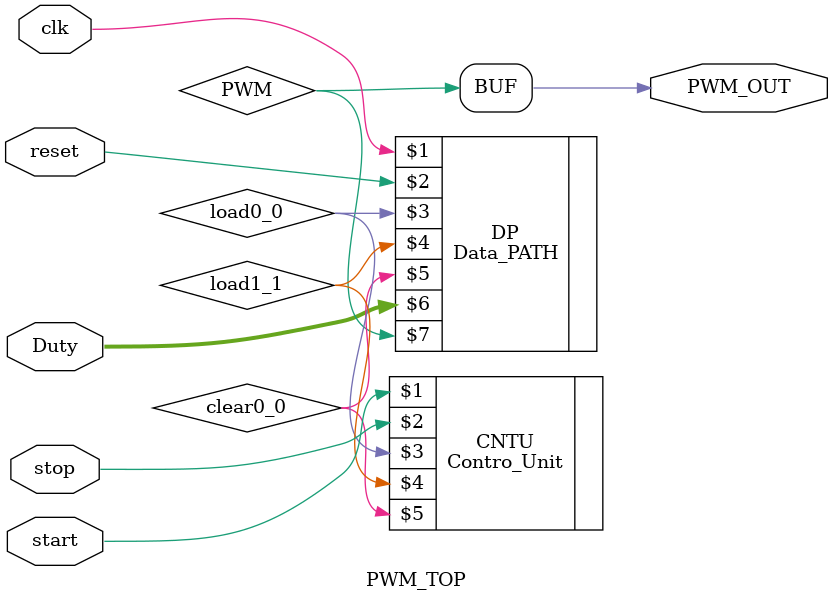
<source format=v>
`timescale 1ns / 1ps


module PWM_TOP(
               input clk,
               input reset,
               input start,
               input stop, 
               input [15:0] Duty,
               output PWM_OUT 
     );
 
wire load0_0, load1_1, clear0_0;
wire PWM;

//instantiation the Control UNIT;
Contro_Unit CNTU ( start,
                     stop,
                     load0_0,
                     load1_1,
                     clear0_0
                     );

///// instantiatting the Data PATH
Data_PATH DP ( clk,
              reset,
              load0_0,
              load1_1,
              clear0_0,
              Duty,
              PWM);
              
              
assign PWM_OUT = PWM;
 
endmodule


</source>
